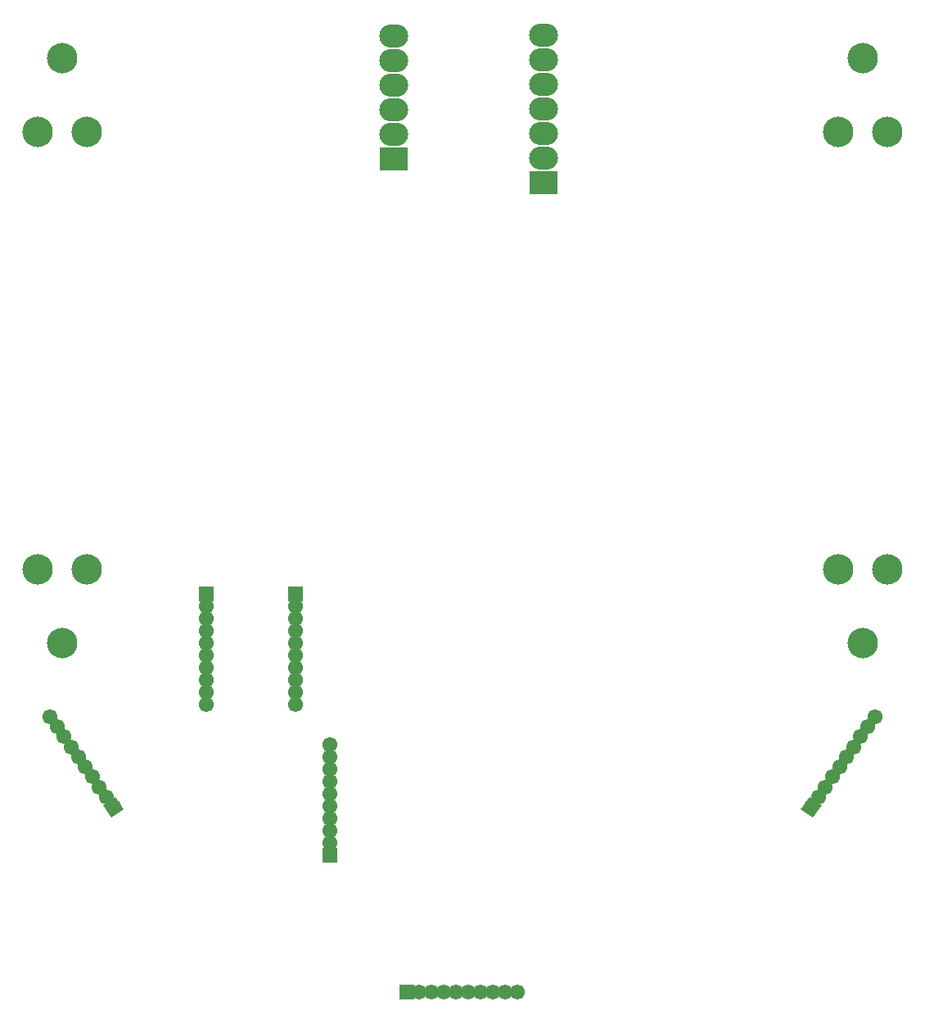
<source format=gbs>
G04 #@! TF.GenerationSoftware,KiCad,Pcbnew,(5.0.0)*
G04 #@! TF.CreationDate,2019-01-07T17:19:25-08:00*
G04 #@! TF.ProjectId,Lights,4C69676874732E6B696361645F706362,rev?*
G04 #@! TF.SameCoordinates,Original*
G04 #@! TF.FileFunction,Soldermask,Bot*
G04 #@! TF.FilePolarity,Negative*
%FSLAX46Y46*%
G04 Gerber Fmt 4.6, Leading zero omitted, Abs format (unit mm)*
G04 Created by KiCad (PCBNEW (5.0.0)) date 01/07/19 17:19:25*
%MOMM*%
%LPD*%
G01*
G04 APERTURE LIST*
%ADD10O,3.000000X2.400000*%
%ADD11R,3.000000X2.400000*%
%ADD12C,3.150000*%
%ADD13C,1.550000*%
%ADD14R,1.550000X1.550000*%
%ADD15C,0.100000*%
G04 APERTURE END LIST*
D10*
G04 #@! TO.C,J12*
X60500000Y-2510000D03*
X60500000Y-5050000D03*
X60500000Y-7590000D03*
X60500000Y-10130000D03*
X60500000Y-12670000D03*
X60500000Y-15210000D03*
D11*
X60500000Y-17750000D03*
G04 #@! TD*
D12*
G04 #@! TO.C,BT1*
X93497400Y-4801140D03*
X90957400Y-12421140D03*
X96037400Y-12421140D03*
G04 #@! TD*
G04 #@! TO.C,BT2*
X90965020Y-57660000D03*
X96045020Y-57660000D03*
X93505020Y-65280000D03*
G04 #@! TD*
G04 #@! TO.C,BT3*
X10637520Y-4801140D03*
X8097520Y-12421140D03*
X13177520Y-12421140D03*
G04 #@! TD*
G04 #@! TO.C,BT4*
X8097520Y-57660000D03*
X13177520Y-57660000D03*
X10637520Y-65280000D03*
G04 #@! TD*
D13*
G04 #@! TO.C,J1*
X57785000Y-101368860D03*
X56515000Y-101368860D03*
X55245000Y-101368860D03*
X53975000Y-101368860D03*
X52705000Y-101368860D03*
X51435000Y-101368860D03*
X50165000Y-101368860D03*
X48895000Y-101368860D03*
X47625000Y-101368860D03*
D14*
X46355000Y-101368860D03*
G04 #@! TD*
G04 #@! TO.C,J2*
X25571018Y-60204000D03*
D13*
X25571018Y-61474000D03*
X25571018Y-62744000D03*
X25571018Y-64014000D03*
X25571018Y-65284000D03*
X25571018Y-66554000D03*
X25571018Y-67824000D03*
X25571018Y-69094000D03*
X25571018Y-70364000D03*
X25571018Y-71634000D03*
G04 #@! TD*
G04 #@! TO.C,J3*
X94721919Y-72892452D03*
X93993477Y-73932775D03*
X93265035Y-74973098D03*
X92536592Y-76013421D03*
X91808150Y-77053745D03*
X91079708Y-78094068D03*
X90351266Y-79134391D03*
X89622824Y-80174714D03*
X88894382Y-81215037D03*
X88165940Y-82255360D03*
D15*
G36*
X89245305Y-82065039D02*
X88356261Y-83334725D01*
X87086575Y-82445681D01*
X87975619Y-81175995D01*
X89245305Y-82065039D01*
X89245305Y-82065039D01*
G37*
G04 #@! TD*
D14*
G04 #@! TO.C,J4*
X38371018Y-87249000D03*
D13*
X38371018Y-85979000D03*
X38371018Y-84709000D03*
X38371018Y-83439000D03*
X38371018Y-82169000D03*
X38371018Y-80899000D03*
X38371018Y-79629000D03*
X38371018Y-78359000D03*
X38371018Y-77089000D03*
X38371018Y-75819000D03*
G04 #@! TD*
G04 #@! TO.C,J5*
X9418081Y-72892452D03*
X10146523Y-73932775D03*
X10874965Y-74973098D03*
X11603408Y-76013421D03*
X12331850Y-77053745D03*
X13060292Y-78094068D03*
X13788734Y-79134391D03*
X14517176Y-80174714D03*
X15245618Y-81215037D03*
X15974060Y-82255360D03*
D15*
G36*
X16164381Y-81175995D02*
X17053425Y-82445681D01*
X15783739Y-83334725D01*
X14894695Y-82065039D01*
X16164381Y-81175995D01*
X16164381Y-81175995D01*
G37*
G04 #@! TD*
D14*
G04 #@! TO.C,J6*
X34807220Y-60204000D03*
D13*
X34807220Y-61474000D03*
X34807220Y-62744000D03*
X34807220Y-64014000D03*
X34807220Y-65284000D03*
X34807220Y-66554000D03*
X34807220Y-67824000D03*
X34807220Y-69094000D03*
X34807220Y-70364000D03*
X34807220Y-71634000D03*
G04 #@! TD*
D10*
G04 #@! TO.C,J7*
X45000000Y-2550000D03*
X45000000Y-5090000D03*
X45000000Y-7630000D03*
X45000000Y-10170000D03*
X45000000Y-12710000D03*
D11*
X45000000Y-15250000D03*
G04 #@! TD*
M02*

</source>
